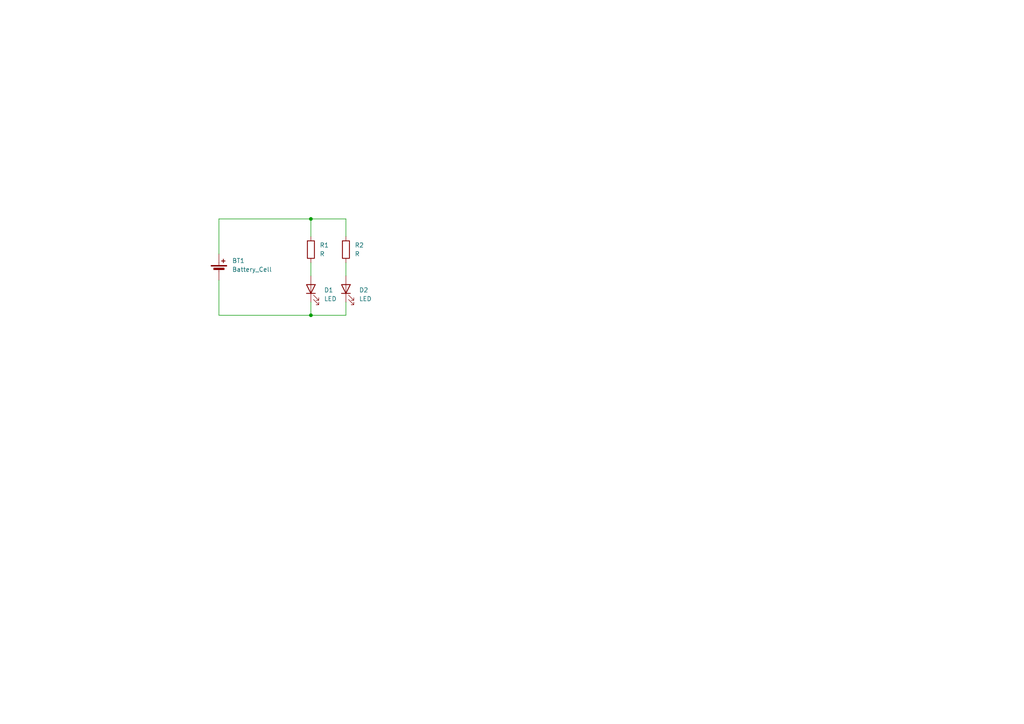
<source format=kicad_sch>
(kicad_sch (version 20231120) (generator "eeschema") (generator_version "8.0")
  (paper "A4")
  (lib_symbols
    (symbol "Device:Battery_Cell" (pin_numbers hide) (pin_names (offset 0) hide)
      (property "Reference" "BT" (at 2.54 2.54 0))
      (property "Value" "Battery_Cell" (at 2.54 0 0))
      (symbol "Battery_Cell_0_1"
        (rectangle (start -2.286 1.778) (end 2.286 1.524) (fill (type outline)))
        (rectangle (start -1.524 1.016) (end 1.524 0.508) (fill (type outline)))
        (polyline (pts (xy 0 0.762) (xy 0 0)))
        (polyline (pts (xy 0 1.778) (xy 0 2.54)))
        (polyline (pts (xy 0.762 3.048) (xy 1.778 3.048)) (stroke (width 0.254)))
        (polyline (pts (xy 1.27 3.556) (xy 1.27 2.54)) (stroke (width 0.254)))
      )
      (symbol "Battery_Cell_1_1"
        (pin passive line (at 0 5.08 270) (length 2.54) (name "+") (number "1"))
        (pin passive line (at 0 -2.54 90) (length 2.54) (name "-") (number "2"))
      )
    )
    (symbol "Device:LED" (pin_numbers hide) (pin_names (offset 1.016) hide)
      (property "Reference" "D" (at 0 2.54 0))
      (property "Value" "LED" (at 0 -2.54 0))
      (symbol "LED_0_1"
        (polyline (pts (xy -1.27 -1.27) (xy -1.27 1.27)) (stroke (width 0.254)))
        (polyline (pts (xy -1.27 0) (xy 1.27 0)))
        (polyline (pts (xy 1.27 -1.27) (xy 1.27 1.27) (xy -1.27 0) (xy 1.27 -1.27)) (stroke (width 0.254)))
        (polyline (pts (xy -3.048 -0.762) (xy -4.572 -2.286) (xy -3.81 -2.286) (xy -4.572 -2.286) (xy -4.572 -1.524)))
        (polyline (pts (xy -1.778 -0.762) (xy -3.302 -2.286) (xy -2.54 -2.286) (xy -3.302 -2.286) (xy -3.302 -1.524)))
      )
      (symbol "LED_1_1"
        (pin passive line (at -3.81 0 0) (length 2.54) (name "K") (number "1"))
        (pin passive line (at 3.81 0 180) (length 2.54) (name "A") (number "2"))
      )
    )
    (symbol "Device:R" (pin_numbers hide) (pin_names (offset 0))
      (property "Reference" "R" (at 2.032 0 90))
      (property "Value" "R" (at 0 0 90))
      (symbol "R_0_1"
        (rectangle (start -1.016 -2.54) (end 1.016 2.54) (stroke (width 0.254)))
      )
      (symbol "R_1_1"
        (pin passive line (at 0 3.81 270) (length 1.27) (name "~") (number "1"))
        (pin passive line (at 0 -3.81 90) (length 1.27) (name "~") (number "2"))
      )
    )
  )
  (junction (at 90.17 63.5))
  (junction (at 90.17 91.44))
  (wire (pts (xy 63.5 63.5) (xy 90.17 63.5)))
  (wire (pts (xy 100.33 91.44) (xy 100.33 87.63)))
  (wire (pts (xy 90.17 87.63) (xy 90.17 91.44)))
  (wire (pts (xy 90.17 63.5) (xy 90.17 68.58)))
  (wire (pts (xy 63.5 91.44) (xy 90.17 91.44)))
  (wire (pts (xy 100.33 80.01) (xy 100.33 76.2)))
  (wire (pts (xy 90.17 80.01) (xy 90.17 76.2)))
  (wire (pts (xy 90.17 91.44) (xy 100.33 91.44)))
  (wire (pts (xy 90.17 63.5) (xy 100.33 63.5)))
  (wire (pts (xy 63.5 81.28) (xy 63.5 91.44)))
  (wire (pts (xy 100.33 63.5) (xy 100.33 68.58)))
  (wire (pts (xy 63.5 73.66) (xy 63.5 63.5)))
  (symbol (lib_id "Device:R") (at 90.17 72.39 0) (unit 1)
    (property "Reference" "R1" (at 92.71 71.1199 0) (effects (justify left)))
    (property "Value" "R" (at 92.71 73.6599 0) (effects (justify left)))
    (property "Footprint" "Resistor_THT:R_Axial_DIN0207_L6.3mm_D2.5mm_P10.16mm_Horizontal" (effects (hide yes)))
    (property "Description" "Resistor" (effects (hide yes)))
  )
  (symbol (lib_id "Device:LED") (at 90.17 83.82 90) (unit 1)
    (property "Reference" "D1" (at 93.98 84.1374 90) (effects (justify right)))
    (property "Value" "LED" (at 93.98 86.6774 90) (effects (justify right)))
    (property "Footprint" "LED_THT:LED_D3.0mm" (effects (hide yes)))
    (property "Description" "Light emitting diode" (effects (hide yes)))
  )
  (symbol (lib_id "Device:R") (at 100.33 72.39 0) (unit 1)
    (property "Reference" "R2" (at 102.87 71.1199 0) (effects (justify left)))
    (property "Value" "R" (at 102.87 73.6599 0) (effects (justify left)))
    (property "Footprint" "Resistor_THT:R_Axial_DIN0207_L6.3mm_D2.5mm_P10.16mm_Horizontal" (effects (hide yes)))
    (property "Description" "Resistor" (effects (hide yes)))
  )
  (symbol (lib_id "Device:Battery_Cell") (at 63.5 78.74 0) (unit 1)
    (property "Reference" "BT1" (at 67.31 75.6284 0) (effects (justify left)))
    (property "Value" "Battery_Cell" (at 67.31 78.1684 0) (effects (justify left)))
    (property "Footprint" "Connector_Wire:SolderWire-0.127sqmm_1x02_P3.7mm_D0.48mm_OD1mm_Relief2x" (effects (hide yes)))
    (property "Description" "Single-cell battery" (effects (hide yes)))
  )
  (symbol (lib_id "Device:LED") (at 100.33 83.82 90) (unit 1)
    (property "Reference" "D2" (at 104.14 84.1374 90) (effects (justify right)))
    (property "Value" "LED" (at 104.14 86.6774 90) (effects (justify right)))
    (property "Footprint" "LED_THT:LED_D3.0mm" (effects (hide yes)))
    (property "Description" "Light emitting diode" (effects (hide yes)))
  )
)
</source>
